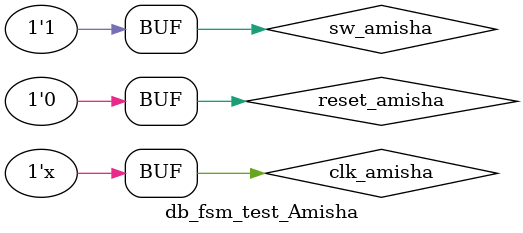
<source format=v>
`timescale 1ns / 1ps


module db_fsm_test_Amisha;
	// Inputs
	reg clk_amisha;
	reg reset_amisha;
	reg sw_amisha;
	// Outputs
	wire db_amisha;
	// Instantiate the Unit Under Test (UUT)
	db_fsm_Amisha uut (
		.clk_amisha(clk_amisha), 
		.reset_amisha(reset_amisha), 
		.sw_amisha(sw_amisha), 
		.db_amisha(db_amisha)
	);
	initial begin
		clk_amisha = 0;
		reset_amisha = 1;
		sw_amisha = 0;
		#100;
		reset_amisha = 0;
		sw_amisha = 1;
		#100;
		sw_amisha = 0;
		#100;
		sw_amisha = 1;
		#100;
		sw_amisha = 0;
		#100;
		sw_amisha = 1;
		#100;
		sw_amisha = 0;
		#100;
		sw_amisha = 1;
		#100;
	end
always #50 clk_amisha = ~clk_amisha;    
endmodule


</source>
